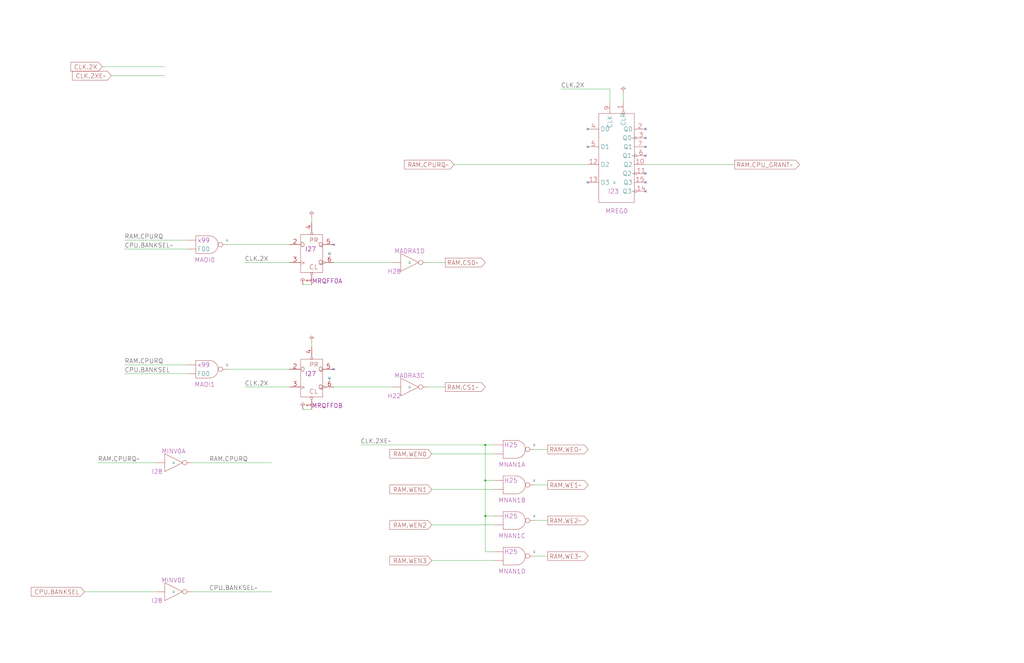
<source format=kicad_sch>
(kicad_sch (version 20220404) (generator eeschema)
  (paper "User" 584.2 378.46)
  (title_block (title "MEMORY\\nARBITER / STROBES") (date "22-SEP-90") (rev "2.0") (comment 1 "IOC") (comment 2 "232-003061") (comment 3 "S400") (comment 4 "RELEASED"))
  (lib_symbols
    (symbol "r1000:F00" (pin_numbers hide) (pin_names hide)
      (property "Reference" "U" (at 15.24 0 0))
      (property "Value" "F00" (at 1.905 -5.08 0))
      (property "Location" "___" (at 1.905 0 0))
      (property "Name" "______" (at 2.54 -12.7 0))
      (symbol "F00_0_1"
        (polyline (pts (xy -2.54 -7.62) (xy 5.08 -7.62)) (stroke (width 0.1524)))
        (polyline (pts (xy -2.54 2.54) (xy -2.54 -7.62)) (stroke (width 0.1524)))
        (polyline (pts (xy -2.54 2.54) (xy 5.08 2.54)) (stroke (width 0.1524)))
        (arc (start 5.08 -7.62) (mid 10.1282 -2.54) (end 5.08 2.54) (stroke (width 0.1524)))
        (circle (center 11.43 -2.54) (radius 1.27) (stroke (width 0.1524)))
      )
      (symbol "F00_0_2"
        (circle (center -3.81 -5.08) (radius 1.27) (stroke (width 0.1524)))
        (circle (center -3.81 0) (radius 1.27) (stroke (width 0.1524)))
        (arc (start -3.175 -7.62) (mid -2.134 -2.54) (end -3.175 2.54) (stroke (width 0.1524)))
        (polyline (pts (xy -3.175 -7.62) (xy 3.81 -7.62)) (stroke (width 0.1524)))
        (polyline (pts (xy -3.175 2.54) (xy 3.81 2.54)) (stroke (width 0.1524)))
        (arc (start 3.81 -7.62) (mid 7.5855 -5.8306) (end 10.16 -2.54) (stroke (width 0.1524)))
        (arc (start 10.16 -2.54) (mid 7.5827 0.7471) (end 3.81 2.54) (stroke (width 0.1524)))
      )
      (symbol "F00_1_1"
        (pin input line (at -7.62 0 0) (length 5.08) (name "D0") (number "1"))
        (pin input line (at -7.62 -5.08 0) (length 5.08) (name "D1") (number "2"))
        (pin output line (at 15.24 -2.54 180) (length 2.54) (name "Q") (number "3"))
      )
      (symbol "F00_1_2"
        (pin input line (at -7.62 0 0) (length 2.54) (name "D0") (number "1"))
        (pin input line (at -7.62 -5.08 0) (length 2.54) (name "D1") (number "2"))
        (pin output line (at 15.24 -2.54 180) (length 5.08) (name "Q") (number "3"))
      )
    )
    (symbol "r1000:F04" (pin_numbers hide) (pin_names hide)
      (property "Reference" "U" (at 0 0 0))
      (property "Value" "F04" (at 1.27 -5.08 0))
      (property "Location" "___" (at -12.7 -5.08 0))
      (property "Name" "______" (at 0 5.08 0))
      (symbol "F04_0_1"
        (polyline (pts (xy -7.62 0) (xy -5.08 0)) (stroke (width 0.1524)))
        (polyline (pts (xy -5.08 5.08) (xy -5.08 -5.08)) (stroke (width 0.1524)))
        (polyline (pts (xy 5.08 0) (xy -5.08 -5.08)) (stroke (width 0.1524)))
        (polyline (pts (xy 5.08 0) (xy -5.08 5.08)) (stroke (width 0.1524)))
        (circle (center 6.35 0) (radius 1.27) (stroke (width 0.1524)))
      )
      (symbol "F04_1_1"
        (pin input line (at -10.16 0 0) (length 2.54) (name "D0") (number "1"))
        (pin output line (at 10.16 0 180) (length 2.54) (name "Q") (number "2"))
      )
    )
    (symbol "r1000:F175" (pin_names (offset 1.016))
      (property "Reference" "U" (at 2.54 5.08 0))
      (property "Value" "F175" (at -1.27 -5.08 0))
      (property "Location" "___" (at -1.27 0 0))
      (property "Name" "______" (at 3.81 -12.7 0))
      (symbol "F175_1_1"
        (rectangle (start -6.35 44.45) (end 13.97 -6.35))
        (circle (center 7.62 45.085) (radius 0.635))
        (circle (center 14.605 0) (radius 0.635))
        (circle (center 14.605 10.16) (radius 0.635))
        (circle (center 14.605 20.32) (radius 0.635))
        (circle (center 14.605 30.48) (radius 0.635))
        (pin input line (at 7.62 50.8 270) (length 5.08) (name "CLR") (number "1"))
        (pin output line (at 20.32 15.24 180) (length 6.35) (name "Q2") (number "10"))
        (pin output line (at 20.32 10.16 180) (length 5.08) (name "Q2~") (number "11"))
        (pin input line (at -12.7 15.24 0) (length 6.35) (name "D2") (number "12"))
        (pin input line (at -12.7 5.08 0) (length 6.35) (name "D3") (number "13"))
        (pin output line (at 20.32 0 180) (length 5.08) (name "Q3~") (number "14"))
        (pin output line (at 20.32 5.08 180) (length 6.35) (name "Q3") (number "15"))
        (pin output line (at 20.32 35.56 180) (length 6.35) (name "Q0") (number "2"))
        (pin output line (at 20.32 30.48 180) (length 5.08) (name "Q0~") (number "3"))
        (pin input line (at -12.7 35.56 0) (length 6.35) (name "D0") (number "4"))
        (pin input line (at -12.7 25.4 0) (length 6.35) (name "D1") (number "5"))
        (pin output line (at 20.32 20.32 180) (length 5.08) (name "Q1~") (number "6"))
        (pin output line (at 20.32 25.4 180) (length 6.35) (name "Q1") (number "7"))
        (pin input line (at 0 50.8 270) (length 6.35) (name "CLK") (number "9"))
      )
    )
    (symbol "r1000:F74" (pin_names (offset 1.016) hide)
      (property "Reference" "U" (at 12.7 -2.54 0))
      (property "Value" "F74" (at -1.27 -5.08 0))
      (property "Location" "___" (at -1.27 0 0))
      (property "Name" "______" (at 11.43 -19.685 0))
      (symbol "F74_0_1"
        (rectangle (start -3.81 8.255) (end 8.89 -13.335) (stroke (width 0.1524)))
        (polyline (pts (xy 2.54 -15.24) (xy 2.54 -14.605)) (stroke (width 0.1524)))
        (polyline (pts (xy 2.54 10.16) (xy 2.54 9.525)) (stroke (width 0.1524)))
      )
      (symbol "F74_1_1"
        (circle (center 2.54 -13.97) (radius 0.635))
        (circle (center 2.54 8.89) (radius 0.635))
        (circle (center 9.525 -7.62) (radius 0.635))
        (text ">" (at -2.54 -7.62 0) (effects (font (size 2.54 2.54))))
        (text "C" (at 2.54 -10.16 0) (effects (font (size 2.54 2.54))))
        (text "D" (at -2.54 2.54 0) (effects (font (size 2.54 2.54))))
        (text "L" (at 5.08 -10.16 0) (effects (font (size 2.54 2.54))))
        (text "P" (at 2.54 5.08 0) (effects (font (size 2.54 2.54))))
        (text "Q" (at 7.62 -7.62 0) (effects (font (size 2.54 2.54))))
        (text "Q" (at 7.62 2.54 0) (effects (font (size 2.54 2.54))))
        (text "R" (at 5.08 5.08 0) (effects (font (size 2.54 2.54))))
        (pin input line (at 2.54 -20.32 90) (length 5.08) (name "CL_") (number "1"))
        (pin input line (at -10.16 2.54 0) (length 6.35) (name "D") (number "2"))
        (pin input line (at -10.16 -7.62 0) (length 6.35) (name "CLK") (number "3"))
        (pin input line (at 2.54 15.24 270) (length 5.08) (name "PR_") (number "4"))
        (pin output line (at 15.24 2.54 180) (length 6.35) (name "Q") (number "5"))
        (pin output line (at 15.24 -7.62 180) (length 5.08) (name "Q_") (number "6"))
      )
    )
    (symbol "r1000:PU" (power) (pin_numbers hide) (pin_names hide)
      (symbol "PU_0_1"
        (polyline (pts (xy 0 2.54) (xy -1.27 2.54) (xy 0 3.81) (xy 1.27 2.54) (xy 0 2.54)) (stroke (width 0.1524)))
      )
      (symbol "PU_1_1"
        (pin power_in line (at 0 0 90) (length 2.54) (name "PU") (number "1"))
      )
    )
  )
  (junction (at 276.86 274.32))
  (junction (at 276.86 294.64))
  (junction (at 276.86 254))
  (no_connect (at 368.3 83.82))
  (no_connect (at 335.28 83.82))
  (no_connect (at 368.3 109.22))
  (no_connect (at 190.5 139.7))
  (no_connect (at 335.28 73.66))
  (no_connect (at 368.3 104.14))
  (no_connect (at 335.28 104.14))
  (no_connect (at 368.3 73.66))
  (no_connect (at 368.3 88.9))
  (no_connect (at 368.3 78.74))
  (no_connect (at 190.5 210.82))
  (no_connect (at 368.3 99.06))
  (wire (pts (xy 190.5 220.98) (xy 223.52 220.98)))
  (wire (pts (xy 276.86 274.32) (xy 281.94 274.32)))
  (wire (pts (xy 246.38 299.72) (xy 281.94 299.72)))
  (wire (pts (xy 71.12 213.36) (xy 106.68 213.36)))
  (wire (pts (xy 63.5 43.18) (xy 93.98 43.18)))
  (wire (pts (xy 109.22 264.16) (xy 154.94 264.16)))
  (wire (pts (xy 243.84 149.86) (xy 254 149.86)))
  (wire (pts (xy 177.8 124.46) (xy 177.8 127)))
  (wire (pts (xy 139.7 149.86) (xy 165.1 149.86)))
  (wire (pts (xy 71.12 142.24) (xy 106.68 142.24)))
  (wire (pts (xy 246.38 279.4) (xy 281.94 279.4)))
  (wire (pts (xy 109.22 337.82) (xy 154.94 337.82)))
  (wire (pts (xy 276.86 294.64) (xy 281.94 294.64)))
  (wire (pts (xy 58.42 38.1) (xy 93.98 38.1)))
  (wire (pts (xy 205.74 254) (xy 276.86 254)))
  (wire (pts (xy 48.26 337.82) (xy 88.9 337.82)))
  (wire (pts (xy 246.38 259.08) (xy 281.94 259.08)))
  (wire (pts (xy 304.8 276.86) (xy 312.42 276.86)))
  (wire (pts (xy 129.54 139.7) (xy 165.1 139.7)))
  (wire (pts (xy 320.04 50.8) (xy 347.98 50.8)))
  (wire (pts (xy 246.38 320.04) (xy 281.94 320.04)))
  (wire (pts (xy 55.88 264.16) (xy 88.9 264.16)))
  (wire (pts (xy 259.08 93.98) (xy 335.28 93.98)))
  (wire (pts (xy 177.8 195.58) (xy 177.8 198.12)))
  (wire (pts (xy 355.6 53.34) (xy 355.6 58.42)))
  (wire (pts (xy 276.86 254) (xy 281.94 254)))
  (wire (pts (xy 172.72 162.56) (xy 177.8 162.56)))
  (wire (pts (xy 276.86 294.64) (xy 276.86 274.32)))
  (wire (pts (xy 71.12 208.28) (xy 106.68 208.28)))
  (wire (pts (xy 304.8 256.54) (xy 312.42 256.54)))
  (wire (pts (xy 276.86 314.96) (xy 276.86 294.64)))
  (wire (pts (xy 347.98 50.8) (xy 347.98 58.42)))
  (wire (pts (xy 368.3 93.98) (xy 419.1 93.98)))
  (wire (pts (xy 304.8 317.5) (xy 312.42 317.5)))
  (wire (pts (xy 71.12 137.16) (xy 106.68 137.16)))
  (wire (pts (xy 276.86 274.32) (xy 276.86 254)))
  (wire (pts (xy 281.94 314.96) (xy 276.86 314.96)))
  (wire (pts (xy 172.72 233.68) (xy 177.8 233.68)))
  (wire (pts (xy 129.54 210.82) (xy 165.1 210.82)))
  (wire (pts (xy 304.8 297.18) (xy 312.42 297.18)))
  (wire (pts (xy 139.7 220.98) (xy 165.1 220.98)))
  (wire (pts (xy 190.5 149.86) (xy 223.52 149.86)))
  (wire (pts (xy 243.84 220.98) (xy 254 220.98)))
  (label "RAM.CPURQ" (at 119.38 264.16 0) (effects (font (size 2.54 2.54))))
  (label "RAM.CPURQ" (at 71.12 137.16 0) (effects (font (size 2.54 2.54))))
  (label "CPU.BANKSEL" (at 71.12 213.36 0) (effects (font (size 2.54 2.54))))
  (label "CLK.2X" (at 139.7 149.86 0) (effects (font (size 2.54 2.54))))
  (label "RAM.CPURQ" (at 71.12 208.28 0) (effects (font (size 2.54 2.54))))
  (label "CPU.BANKSEL~" (at 71.12 142.24 0) (effects (font (size 2.54 2.54))))
  (label "CPU.BANKSEL~" (at 119.38 337.82 0) (effects (font (size 2.54 2.54))))
  (label "CLK.2X" (at 320.04 50.8 0) (effects (font (size 2.54 2.54))))
  (label "CLK.2X" (at 139.7 220.98 0) (effects (font (size 2.54 2.54))))
  (label "CLK.2XE~" (at 205.74 254 0) (effects (font (size 2.54 2.54))))
  (label "RAM.CPURQ~" (at 55.88 264.16 0) (effects (font (size 2.54 2.54))))
  (global_label "RAM.WE3~" (shape output) (at 312.42 317.5 0) (effects (font (size 2.54 2.54))) (property "Intersheet References" "${INTERSHEET_REFS}" (at 335.8908 317.3413 0) (effects (font (size 1.905 1.905)) (justify left))))
  (global_label "RAM.WEN0" (shape input) (at 246.38 259.08 180) (effects (font (size 2.54 2.54))) (property "Intersheet References" "${INTERSHEET_REFS}" (at 222.0625 258.9213 0) (effects (font (size 1.905 1.905)) (justify right))))
  (global_label "CLK.2X" (shape input) (at 58.42 38.1 180) (effects (font (size 2.54 2.54))) (property "Intersheet References" "${INTERSHEET_REFS}" (at 33.8606 37.9413 0) (effects (font (size 1.905 1.905)) (justify right))))
  (global_label "RAM.WE0~" (shape output) (at 312.42 256.54 0) (effects (font (size 2.54 2.54))) (property "Intersheet References" "${INTERSHEET_REFS}" (at 335.8908 256.3813 0) (effects (font (size 1.905 1.905)) (justify left))))
  (global_label "RAM.CS1~" (shape output) (at 254 220.98 0) (effects (font (size 2.54 2.54))) (property "Intersheet References" "${INTERSHEET_REFS}" (at 283.3975 220.8213 0) (effects (font (size 1.905 1.905)) (justify left))))
  (global_label "RAM.WE1~" (shape output) (at 312.42 276.86 0) (effects (font (size 2.54 2.54))) (property "Intersheet References" "${INTERSHEET_REFS}" (at 335.8908 276.7013 0) (effects (font (size 1.905 1.905)) (justify left))))
  (global_label "CPU.BANKSEL" (shape input) (at 48.26 337.82 180) (effects (font (size 2.54 2.54))) (property "Intersheet References" "${INTERSHEET_REFS}" (at 17.4111 337.6613 0) (effects (font (size 1.905 1.905)) (justify right))))
  (global_label "RAM.WEN1" (shape input) (at 246.38 279.4 180) (effects (font (size 2.54 2.54))) (property "Intersheet References" "${INTERSHEET_REFS}" (at 222.0625 279.2413 0) (effects (font (size 1.905 1.905)) (justify right))))
  (global_label "RAM.CS0~" (shape output) (at 254 149.86 0) (effects (font (size 2.54 2.54))) (property "Intersheet References" "${INTERSHEET_REFS}" (at 283.3975 149.7013 0) (effects (font (size 1.905 1.905)) (justify left))))
  (global_label "RAM.CPU_GRANT~" (shape output) (at 419.1 93.98 0) (effects (font (size 2.54 2.54))) (property "Intersheet References" "${INTERSHEET_REFS}" (at 456.4803 93.8213 0) (effects (font (size 1.905 1.905)) (justify left))))
  (global_label "RAM.WEN2" (shape input) (at 246.38 299.72 180) (effects (font (size 2.54 2.54))) (property "Intersheet References" "${INTERSHEET_REFS}" (at 222.0625 299.5613 0) (effects (font (size 1.905 1.905)) (justify right))))
  (global_label "RAM.WEN3" (shape input) (at 246.38 320.04 180) (effects (font (size 2.54 2.54))) (property "Intersheet References" "${INTERSHEET_REFS}" (at 222.0625 319.8813 0) (effects (font (size 1.905 1.905)) (justify right))))
  (global_label "RAM.CPURQ~" (shape input) (at 259.08 93.98 180) (effects (font (size 2.54 2.54))) (property "Intersheet References" "${INTERSHEET_REFS}" (at 230.2873 93.8213 0) (effects (font (size 1.905 1.905)) (justify right))))
  (global_label "RAM.WE2~" (shape output) (at 312.42 297.18 0) (effects (font (size 2.54 2.54))) (property "Intersheet References" "${INTERSHEET_REFS}" (at 335.8908 297.0213 0) (effects (font (size 1.905 1.905)) (justify left))))
  (global_label "CLK.2XE~" (shape input) (at 63.5 43.18 180) (effects (font (size 2.54 2.54))) (property "Intersheet References" "${INTERSHEET_REFS}" (at 34.8282 43.0213 0) (effects (font (size 1.905 1.905)) (justify right))))
  (symbol (lib_id "r1000:PU") (at 172.72 233.68 0) (unit 1)
    (default_instance (reference "U") (unit 1) (value "") (footprint ""))
    (property "Reference" "U" (effects hide))
  )
  (symbol (lib_id "r1000:PU") (at 177.8 124.46 0) (unit 1)
    (default_instance (reference "U") (unit 1) (value "") (footprint ""))
    (property "Reference" "U" (effects hide))
  )
  (symbol (lib_id "r1000:F00") (at 289.56 294.64 0) (unit 1)
    (default_instance (reference "U") (unit 1) (value "") (footprint ""))
    (property "Reference" "U" (at 304.8 294.64 0))
    (property "Location" "H25" (at 291.465 294.64 0) (effects (font (size 2.54 2.54))))
    (property "Name" "MNAN1C" (at 292.1 307.34 0) (effects (font (size 2.54 2.54)) (justify bottom)))
  )
  (symbol (lib_id "r1000:F00") (at 289.56 314.96 0) (unit 1)
    (default_instance (reference "U") (unit 1) (value "") (footprint ""))
    (property "Reference" "U" (at 304.8 314.96 0))
    (property "Location" "H25" (at 291.465 314.96 0) (effects (font (size 2.54 2.54))))
    (property "Name" "MNAN1D" (at 292.1 327.66 0) (effects (font (size 2.54 2.54)) (justify bottom)))
  )
  (symbol (lib_id "r1000:PU") (at 177.8 195.58 0) (unit 1)
    (default_instance (reference "U") (unit 1) (value "") (footprint ""))
    (property "Reference" "U" (effects hide))
  )
  (symbol (lib_id "r1000:F175") (at 347.98 109.22 0) (unit 1)
    (default_instance (reference "U") (unit 1) (value "") (footprint ""))
    (property "Reference" "U" (at 350.52 104.14 0))
    (property "Location" "I23" (at 346.71 109.22 0) (effects (font (size 2.54 2.54)) (justify left)))
    (property "Name" "MREG0" (at 351.79 121.92 0) (effects (font (size 2.54 2.54)) (justify bottom)))
  )
  (symbol (lib_id "r1000:F04") (at 99.06 337.82 0) (unit 1)
    (default_instance (reference "U") (unit 1) (value "") (footprint ""))
    (property "Reference" "U" (at 99.06 337.82 0))
    (property "Location" "I28" (at 86.36 342.9 0) (effects (font (size 2.54 2.54)) (justify left)))
    (property "Name" "MINV0E" (at 99.06 332.74 0) (effects (font (size 2.54 2.54)) (justify bottom)))
  )
  (symbol (lib_id "r1000:F74") (at 175.26 142.24 0) (unit 1)
    (default_instance (reference "U") (unit 1) (value "") (footprint ""))
    (property "Reference" "U" (at 187.96 144.78 0))
    (property "Location" "I27" (at 173.99 142.24 0) (effects (font (size 2.54 2.54)) (justify left)))
    (property "Name" "MRQFF0A" (at 186.69 161.925 0) (effects (font (size 2.54 2.54)) (justify bottom)))
  )
  (symbol (lib_id "r1000:F00") (at 114.3 137.16 0) (unit 1)
    (default_instance (reference "U") (unit 1) (value "F00") (footprint ""))
    (property "Reference" "U" (at 129.54 137.16 0))
    (property "Value" "F00" (at 116.205 142.24 0) (effects (font (size 2.54 2.54))))
    (property "Location" "x99" (at 116.205 137.16 0) (effects (font (size 2.54 2.54))))
    (property "Name" "MAOI0" (at 116.84 149.86 0) (effects (font (size 2.54 2.54)) (justify bottom)))
  )
  (symbol (lib_id "r1000:PU") (at 355.6 53.34 0) (unit 1)
    (default_instance (reference "U") (unit 1) (value "") (footprint ""))
    (property "Reference" "U" (effects hide))
  )
  (symbol (lib_id "r1000:F04") (at 233.68 149.86 0) (unit 1)
    (default_instance (reference "U") (unit 1) (value "") (footprint ""))
    (property "Reference" "U" (at 233.68 149.86 0))
    (property "Location" "H28" (at 220.98 154.94 0) (effects (font (size 2.54 2.54)) (justify left)))
    (property "Name" "MADRA1D" (at 233.68 144.78 0) (effects (font (size 2.54 2.54)) (justify bottom)))
  )
  (symbol (lib_id "r1000:PU") (at 172.72 162.56 0) (unit 1)
    (default_instance (reference "U") (unit 1) (value "") (footprint ""))
    (property "Reference" "U" (effects hide))
  )
  (symbol (lib_id "r1000:F04") (at 99.06 264.16 0) (unit 1)
    (default_instance (reference "U") (unit 1) (value "") (footprint ""))
    (property "Reference" "U" (at 99.06 264.16 0))
    (property "Location" "I28" (at 86.36 269.24 0) (effects (font (size 2.54 2.54)) (justify left)))
    (property "Name" "MINV0A" (at 99.06 259.08 0) (effects (font (size 2.54 2.54)) (justify bottom)))
  )
  (symbol (lib_id "r1000:F00") (at 114.3 208.28 0) (unit 1)
    (default_instance (reference "U") (unit 1) (value "F00") (footprint ""))
    (property "Reference" "U" (at 129.54 208.28 0))
    (property "Value" "F00" (at 116.205 213.36 0) (effects (font (size 2.54 2.54))))
    (property "Location" "x99" (at 116.205 208.28 0) (effects (font (size 2.54 2.54))))
    (property "Name" "MAOI1" (at 116.84 220.98 0) (effects (font (size 2.54 2.54)) (justify bottom)))
  )
  (symbol (lib_id "r1000:F04") (at 233.68 220.98 0) (unit 1)
    (default_instance (reference "U") (unit 1) (value "") (footprint ""))
    (property "Reference" "U" (at 233.68 220.98 0))
    (property "Location" "H22" (at 220.98 226.06 0) (effects (font (size 2.54 2.54)) (justify left)))
    (property "Name" "MADRA3C" (at 233.68 215.9 0) (effects (font (size 2.54 2.54)) (justify bottom)))
  )
  (symbol (lib_id "r1000:F74") (at 175.26 213.36 0) (unit 1)
    (default_instance (reference "U") (unit 1) (value "") (footprint ""))
    (property "Reference" "U" (at 187.96 215.9 0))
    (property "Location" "I27" (at 173.99 213.36 0) (effects (font (size 2.54 2.54)) (justify left)))
    (property "Name" "MRQFF0B" (at 186.69 233.045 0) (effects (font (size 2.54 2.54)) (justify bottom)))
  )
  (symbol (lib_id "r1000:F00") (at 289.56 274.32 0) (unit 1)
    (default_instance (reference "U") (unit 1) (value "") (footprint ""))
    (property "Reference" "U" (at 304.8 274.32 0))
    (property "Location" "H25" (at 291.465 274.32 0) (effects (font (size 2.54 2.54))))
    (property "Name" "MNAN1B" (at 292.1 287.02 0) (effects (font (size 2.54 2.54)) (justify bottom)))
  )
  (symbol (lib_id "r1000:F00") (at 289.56 254 0) (unit 1)
    (default_instance (reference "U") (unit 1) (value "") (footprint ""))
    (property "Reference" "U" (at 304.8 254 0))
    (property "Location" "H25" (at 291.465 254 0) (effects (font (size 2.54 2.54))))
    (property "Name" "MNAN1A" (at 292.1 266.7 0) (effects (font (size 2.54 2.54)) (justify bottom)))
  )
)
</source>
